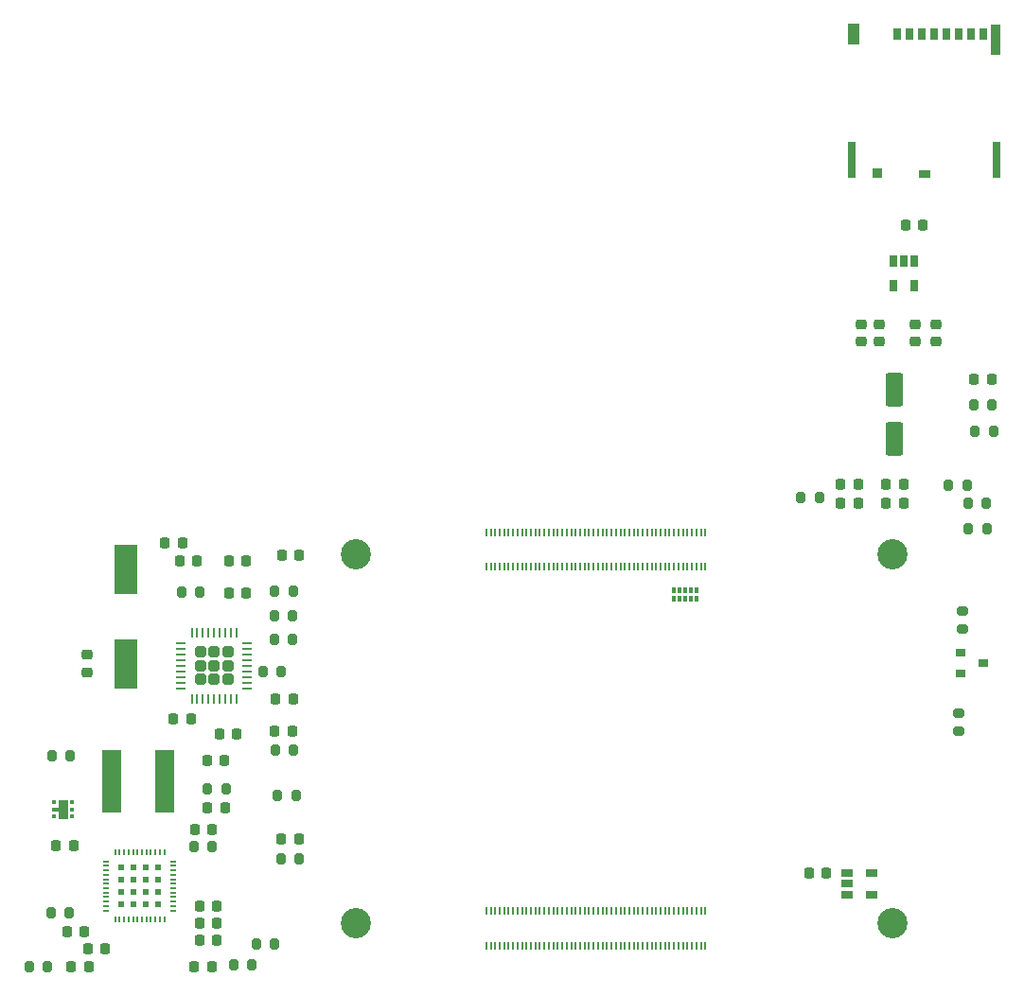
<source format=gbr>
%TF.GenerationSoftware,KiCad,Pcbnew,(6.0.1-0)*%
%TF.CreationDate,2022-04-09T17:35:35-06:00*%
%TF.ProjectId,HAT_CM4_183,4841545f-434d-4345-9f31-38332e6b6963,1.8.3*%
%TF.SameCoordinates,Original*%
%TF.FileFunction,Paste,Top*%
%TF.FilePolarity,Positive*%
%FSLAX46Y46*%
G04 Gerber Fmt 4.6, Leading zero omitted, Abs format (unit mm)*
G04 Created by KiCad (PCBNEW (6.0.1-0)) date 2022-04-09 17:35:35*
%MOMM*%
%LPD*%
G01*
G04 APERTURE LIST*
G04 Aperture macros list*
%AMRoundRect*
0 Rectangle with rounded corners*
0 $1 Rounding radius*
0 $2 $3 $4 $5 $6 $7 $8 $9 X,Y pos of 4 corners*
0 Add a 4 corners polygon primitive as box body*
4,1,4,$2,$3,$4,$5,$6,$7,$8,$9,$2,$3,0*
0 Add four circle primitives for the rounded corners*
1,1,$1+$1,$2,$3*
1,1,$1+$1,$4,$5*
1,1,$1+$1,$6,$7*
1,1,$1+$1,$8,$9*
0 Add four rect primitives between the rounded corners*
20,1,$1+$1,$2,$3,$4,$5,0*
20,1,$1+$1,$4,$5,$6,$7,0*
20,1,$1+$1,$6,$7,$8,$9,0*
20,1,$1+$1,$8,$9,$2,$3,0*%
%AMFreePoly0*
4,1,9,0.400000,-0.835000,-0.400000,-0.835000,-0.400000,-0.185000,-1.050000,-0.185000,-1.050000,0.185000,-0.400000,0.185000,-0.400000,0.835000,0.400000,0.835000,0.400000,-0.835000,0.400000,-0.835000,$1*%
G04 Aperture macros list end*
%ADD10RoundRect,0.200000X-0.200000X-0.275000X0.200000X-0.275000X0.200000X0.275000X-0.200000X0.275000X0*%
%ADD11RoundRect,0.225000X-0.225000X-0.250000X0.225000X-0.250000X0.225000X0.250000X-0.225000X0.250000X0*%
%ADD12RoundRect,0.200000X0.275000X-0.200000X0.275000X0.200000X-0.275000X0.200000X-0.275000X-0.200000X0*%
%ADD13RoundRect,0.225000X0.225000X0.250000X-0.225000X0.250000X-0.225000X-0.250000X0.225000X-0.250000X0*%
%ADD14RoundRect,0.225000X-0.250000X0.225000X-0.250000X-0.225000X0.250000X-0.225000X0.250000X0.225000X0*%
%ADD15RoundRect,0.200000X0.200000X0.275000X-0.200000X0.275000X-0.200000X-0.275000X0.200000X-0.275000X0*%
%ADD16R,0.450000X0.370000*%
%ADD17FreePoly0,0.000000*%
%ADD18RoundRect,0.247500X-0.247500X-0.247500X0.247500X-0.247500X0.247500X0.247500X-0.247500X0.247500X0*%
%ADD19RoundRect,0.062500X-0.350000X-0.062500X0.350000X-0.062500X0.350000X0.062500X-0.350000X0.062500X0*%
%ADD20RoundRect,0.062500X-0.062500X-0.350000X0.062500X-0.350000X0.062500X0.350000X-0.062500X0.350000X0*%
%ADD21R,0.700000X1.100000*%
%ADD22R,0.900000X0.930000*%
%ADD23R,1.050000X0.780000*%
%ADD24R,0.700000X3.330000*%
%ADD25R,1.140000X1.830000*%
%ADD26R,0.860000X2.800000*%
%ADD27RoundRect,0.218750X0.218750X0.256250X-0.218750X0.256250X-0.218750X-0.256250X0.218750X-0.256250X0*%
%ADD28R,1.800000X5.700000*%
%ADD29R,0.900000X0.800000*%
%ADD30R,0.650000X1.060000*%
%ADD31R,0.610000X0.190000*%
%ADD32R,0.190000X0.610000*%
%ADD33R,0.194000X0.626000*%
%ADD34R,0.600750X0.600750*%
%ADD35RoundRect,0.250000X-0.550000X1.250000X-0.550000X-1.250000X0.550000X-1.250000X0.550000X1.250000X0*%
%ADD36R,1.060000X0.650000*%
%ADD37R,0.300000X0.550000*%
%ADD38R,2.000000X4.500000*%
%ADD39RoundRect,0.225000X0.250000X-0.225000X0.250000X0.225000X-0.250000X0.225000X-0.250000X-0.225000X0*%
%ADD40C,2.700000*%
%ADD41R,0.200000X0.700000*%
G04 APERTURE END LIST*
D10*
%TO.C,R32*%
X131355000Y-188320000D03*
X133005000Y-188320000D03*
%TD*%
%TO.C,R34*%
X185665000Y-157020000D03*
X187315000Y-157020000D03*
%TD*%
D11*
%TO.C,C37*%
X138595000Y-177920000D03*
X140145000Y-177920000D03*
%TD*%
D10*
%TO.C,R51*%
X138545000Y-169730000D03*
X140195000Y-169730000D03*
%TD*%
D12*
%TO.C,R38*%
X200140000Y-168820000D03*
X200140000Y-167170000D03*
%TD*%
D13*
%TO.C,C8*%
X133435000Y-193610000D03*
X131885000Y-193610000D03*
%TD*%
D11*
%TO.C,C6*%
X120025000Y-195880000D03*
X121575000Y-195880000D03*
%TD*%
D14*
%TO.C,C32*%
X197720000Y-141535000D03*
X197720000Y-143085000D03*
%TD*%
D11*
%TO.C,C28*%
X139205000Y-162220000D03*
X140755000Y-162220000D03*
%TD*%
D15*
%TO.C,R49*%
X138565000Y-197020000D03*
X136915000Y-197020000D03*
%TD*%
D13*
%TO.C,C22*%
X187925000Y-190700000D03*
X186375000Y-190700000D03*
%TD*%
D11*
%TO.C,C2*%
X132515000Y-180620000D03*
X134065000Y-180620000D03*
%TD*%
%TO.C,C3*%
X119035000Y-188170000D03*
X120585000Y-188170000D03*
%TD*%
D14*
%TO.C,C38*%
X192640000Y-141535000D03*
X192640000Y-143085000D03*
%TD*%
D16*
%TO.C,U7*%
X118835000Y-184300000D03*
D17*
X119660000Y-184950000D03*
D16*
X118835000Y-185600000D03*
X120485000Y-185600000D03*
X120485000Y-184950000D03*
X120485000Y-184300000D03*
%TD*%
D10*
%TO.C,R54*%
X130255000Y-165500000D03*
X131905000Y-165500000D03*
%TD*%
D12*
%TO.C,R39*%
X199740000Y-177985000D03*
X199740000Y-176335000D03*
%TD*%
D18*
%TO.C,U13*%
X131930000Y-172110000D03*
X133160000Y-173340000D03*
X134390000Y-173340000D03*
X133160000Y-172110000D03*
X131930000Y-170880000D03*
X134390000Y-170880000D03*
X133160000Y-170880000D03*
X134390000Y-172110000D03*
X131930000Y-173340000D03*
D19*
X130222500Y-170110000D03*
X130222500Y-170610000D03*
X130222500Y-171110000D03*
X130222500Y-171610000D03*
X130222500Y-172110000D03*
X130222500Y-172610000D03*
X130222500Y-173110000D03*
X130222500Y-173610000D03*
X130222500Y-174110000D03*
D20*
X131160000Y-175047500D03*
X131660000Y-175047500D03*
X132160000Y-175047500D03*
X132660000Y-175047500D03*
X133160000Y-175047500D03*
X133660000Y-175047500D03*
X134160000Y-175047500D03*
X134660000Y-175047500D03*
X135160000Y-175047500D03*
D19*
X136097500Y-174110000D03*
X136097500Y-173610000D03*
X136097500Y-173110000D03*
X136097500Y-172610000D03*
X136097500Y-172110000D03*
X136097500Y-171610000D03*
X136097500Y-171110000D03*
X136097500Y-170610000D03*
X136097500Y-170110000D03*
D20*
X135160000Y-169172500D03*
X134660000Y-169172500D03*
X134160000Y-169172500D03*
X133660000Y-169172500D03*
X133160000Y-169172500D03*
X132660000Y-169172500D03*
X132160000Y-169172500D03*
X131660000Y-169172500D03*
X131160000Y-169172500D03*
%TD*%
D13*
%TO.C,C7*%
X132995000Y-186730000D03*
X131445000Y-186730000D03*
%TD*%
D11*
%TO.C,C33*%
X133665000Y-178220000D03*
X135215000Y-178220000D03*
%TD*%
D21*
%TO.C,J1*%
X194280000Y-115537500D03*
X195380000Y-115537500D03*
X196480000Y-115537500D03*
X197580000Y-115537500D03*
X198680000Y-115537500D03*
X199780000Y-115537500D03*
X200880000Y-115537500D03*
X201980000Y-115537500D03*
D22*
X192490000Y-128002500D03*
D23*
X196755000Y-128077500D03*
D24*
X203140000Y-126802500D03*
D25*
X190400000Y-115552500D03*
D26*
X203060000Y-116037500D03*
D24*
X190180000Y-126802500D03*
%TD*%
D27*
%TO.C,LED11*%
X132977500Y-199050000D03*
X131402500Y-199050000D03*
%TD*%
D10*
%TO.C,R44*%
X118635000Y-180170000D03*
X120285000Y-180170000D03*
%TD*%
D28*
%TO.C,L1*%
X128710000Y-182450000D03*
X124010000Y-182450000D03*
%TD*%
D27*
%TO.C,LED8*%
X194858500Y-155905000D03*
X193283500Y-155905000D03*
%TD*%
%TO.C,LED10*%
X121967500Y-199070000D03*
X120392500Y-199070000D03*
%TD*%
D15*
%TO.C,R31*%
X120195000Y-194220000D03*
X118545000Y-194220000D03*
%TD*%
D11*
%TO.C,C5*%
X121845000Y-197470000D03*
X123395000Y-197470000D03*
%TD*%
D27*
%TO.C,LED5*%
X190762500Y-155905000D03*
X189187500Y-155905000D03*
%TD*%
D10*
%TO.C,R48*%
X116595000Y-199070000D03*
X118245000Y-199070000D03*
%TD*%
%TO.C,R35*%
X201125000Y-148790000D03*
X202775000Y-148790000D03*
%TD*%
D11*
%TO.C,C27*%
X130095000Y-162700000D03*
X131645000Y-162700000D03*
%TD*%
D15*
%TO.C,R37*%
X202285000Y-159850000D03*
X200635000Y-159850000D03*
%TD*%
D10*
%TO.C,R55*%
X138545000Y-167630000D03*
X140195000Y-167630000D03*
%TD*%
D29*
%TO.C,D3*%
X199940000Y-172810000D03*
X201940000Y-171860000D03*
X199940000Y-170910000D03*
%TD*%
D30*
%TO.C,U12*%
X195810000Y-135880000D03*
X194860000Y-135880000D03*
X193910000Y-135880000D03*
X193910000Y-138080000D03*
X195810000Y-138080000D03*
%TD*%
D15*
%TO.C,R33*%
X136555000Y-198870000D03*
X134905000Y-198870000D03*
%TD*%
D31*
%TO.C,U3*%
X123510000Y-189620000D03*
X123510000Y-190020000D03*
X123510000Y-190420000D03*
X123510000Y-190820000D03*
X123510000Y-191220000D03*
X123510000Y-191620000D03*
X123510000Y-192020000D03*
X123510000Y-192420000D03*
X123510000Y-192820000D03*
X123510000Y-193220000D03*
X123510000Y-193620000D03*
X123510000Y-194020000D03*
D32*
X124310000Y-194820000D03*
X124710000Y-194820000D03*
X125110000Y-194820000D03*
X125510000Y-194820000D03*
X125910000Y-194820000D03*
X126310000Y-194820000D03*
X126710000Y-194820000D03*
X127110000Y-194820000D03*
X127510000Y-194820000D03*
X127910000Y-194820000D03*
X128310000Y-194820000D03*
X128710000Y-194820000D03*
D31*
X129510000Y-194020000D03*
X129510000Y-193620000D03*
X129510000Y-193220000D03*
X129510000Y-192820000D03*
X129510000Y-192420000D03*
X129510000Y-192020000D03*
X129510000Y-191620000D03*
X129510000Y-191220000D03*
X129510000Y-190820000D03*
X129510000Y-190420000D03*
X129510000Y-190020000D03*
X129510000Y-189620000D03*
D32*
X128710000Y-188820000D03*
D33*
X128310000Y-188820000D03*
D32*
X127910000Y-188820000D03*
X127510000Y-188820000D03*
X127110000Y-188820000D03*
X126710000Y-188820000D03*
X126310000Y-188820000D03*
X125910000Y-188820000D03*
X125510000Y-188820000D03*
X125110000Y-188820000D03*
X124710000Y-188820000D03*
X124310000Y-188820000D03*
D34*
X124841250Y-192376250D03*
X125953750Y-193488750D03*
X128178750Y-191263750D03*
X124841250Y-193488750D03*
X128178750Y-192376250D03*
X127066250Y-191263750D03*
X127066250Y-192376250D03*
X124841250Y-191263750D03*
X127066250Y-193488750D03*
X125953750Y-190151250D03*
X125953750Y-191263750D03*
X125953750Y-192376250D03*
X127066250Y-190151250D03*
X124841250Y-190151250D03*
X128178750Y-193488750D03*
X128178750Y-190151250D03*
%TD*%
D13*
%TO.C,C31*%
X131075000Y-176820000D03*
X129525000Y-176820000D03*
%TD*%
%TO.C,C9*%
X133415000Y-195120000D03*
X131865000Y-195120000D03*
%TD*%
D11*
%TO.C,C29*%
X134515000Y-162720000D03*
X136065000Y-162720000D03*
%TD*%
D27*
%TO.C,LED6*%
X194857500Y-157560000D03*
X193282500Y-157560000D03*
%TD*%
D15*
%TO.C,R42*%
X140275000Y-179620000D03*
X138625000Y-179620000D03*
%TD*%
D13*
%TO.C,C25*%
X196585000Y-132700000D03*
X195035000Y-132700000D03*
%TD*%
D11*
%TO.C,C1*%
X132595000Y-184850000D03*
X134145000Y-184850000D03*
%TD*%
D13*
%TO.C,C10*%
X202725000Y-146450000D03*
X201175000Y-146450000D03*
%TD*%
D11*
%TO.C,C35*%
X138680000Y-175110000D03*
X140230000Y-175110000D03*
%TD*%
D14*
%TO.C,C36*%
X191020000Y-141535000D03*
X191020000Y-143085000D03*
%TD*%
%TO.C,C34*%
X195870000Y-141540000D03*
X195870000Y-143090000D03*
%TD*%
D35*
%TO.C,C30*%
X193980000Y-147390000D03*
X193980000Y-151790000D03*
%TD*%
D36*
%TO.C,U9*%
X189800000Y-190680000D03*
X189800000Y-191630000D03*
X189800000Y-192580000D03*
X192000000Y-192580000D03*
X192000000Y-190680000D03*
%TD*%
D13*
%TO.C,C21*%
X140725000Y-187630000D03*
X139175000Y-187630000D03*
%TD*%
D10*
%TO.C,R43*%
X138825000Y-183730000D03*
X140475000Y-183730000D03*
%TD*%
%TO.C,R47*%
X139125000Y-189380000D03*
X140775000Y-189380000D03*
%TD*%
D11*
%TO.C,C26*%
X134515000Y-165590000D03*
X136065000Y-165590000D03*
%TD*%
D37*
%TO.C,U5*%
X176290000Y-165365000D03*
X175790000Y-165365000D03*
X175290000Y-165365000D03*
X174790000Y-165365000D03*
X174290000Y-165365000D03*
X174290000Y-166135000D03*
X174790000Y-166135000D03*
X175290000Y-166135000D03*
X175790000Y-166135000D03*
X176290000Y-166135000D03*
%TD*%
D38*
%TO.C,Y1*%
X125240000Y-171950000D03*
X125240000Y-163450000D03*
%TD*%
D10*
%TO.C,R36*%
X201225000Y-151100000D03*
X202875000Y-151100000D03*
%TD*%
D39*
%TO.C,C23*%
X121840000Y-172675000D03*
X121840000Y-171125000D03*
%TD*%
D27*
%TO.C,LED7*%
X190767500Y-157580000D03*
X189192500Y-157580000D03*
%TD*%
D10*
%TO.C,R52*%
X137515000Y-172640000D03*
X139165000Y-172640000D03*
%TD*%
D15*
%TO.C,R46*%
X200505000Y-155940000D03*
X198855000Y-155940000D03*
%TD*%
D11*
%TO.C,C24*%
X128785000Y-161100000D03*
X130335000Y-161100000D03*
%TD*%
D40*
%TO.C,Module1*%
X193812993Y-162160001D03*
X145812993Y-162160001D03*
X145812993Y-195160001D03*
X193812993Y-195160001D03*
D41*
X177112993Y-160160001D03*
X177112993Y-163240001D03*
X176712993Y-160160001D03*
X176712993Y-163240001D03*
X176312993Y-160160001D03*
X176312993Y-163240001D03*
X175912993Y-160160001D03*
X175912993Y-163240001D03*
X175512993Y-160160001D03*
X175512993Y-163240001D03*
X175112993Y-160160001D03*
X175112993Y-163240001D03*
X174712993Y-160160001D03*
X174712993Y-163240001D03*
X174312993Y-160160001D03*
X174312993Y-163240001D03*
X173912993Y-160160001D03*
X173912993Y-163240001D03*
X173512993Y-160160001D03*
X173512993Y-163240001D03*
X173112993Y-160160001D03*
X173112993Y-163240001D03*
X172712993Y-160160001D03*
X172712993Y-163240001D03*
X172312993Y-160160001D03*
X172312993Y-163240001D03*
X171912993Y-160160001D03*
X171912993Y-163240001D03*
X171512993Y-160160001D03*
X171512993Y-163240001D03*
X171112993Y-160160001D03*
X171112993Y-163240001D03*
X170712993Y-160160001D03*
X170712993Y-163240001D03*
X170312993Y-160160001D03*
X170312993Y-163240001D03*
X169912993Y-160160001D03*
X169912993Y-163240001D03*
X169512993Y-160160001D03*
X169512993Y-163240001D03*
X169112993Y-160160001D03*
X169112993Y-163240001D03*
X168712993Y-160160001D03*
X168712993Y-163240001D03*
X168312993Y-160160001D03*
X168312993Y-163240001D03*
X167912993Y-160160001D03*
X167912993Y-163240001D03*
X167512993Y-160160001D03*
X167512993Y-163240001D03*
X167112993Y-160160001D03*
X167112993Y-163240001D03*
X166712993Y-160160001D03*
X166712993Y-163240001D03*
X166312993Y-160160001D03*
X166312993Y-163240001D03*
X165912993Y-160160001D03*
X165912993Y-163240001D03*
X165512993Y-160160001D03*
X165512993Y-163240001D03*
X165112993Y-160160001D03*
X165112993Y-163240001D03*
X164712993Y-160160001D03*
X164712993Y-163240001D03*
X164312993Y-160160001D03*
X164312993Y-163240001D03*
X163912993Y-160160001D03*
X163912993Y-163240001D03*
X163512993Y-160160001D03*
X163512993Y-163240001D03*
X163112993Y-160160001D03*
X163112993Y-163240001D03*
X162712993Y-160160001D03*
X162712993Y-163240001D03*
X162312993Y-160160001D03*
X162312993Y-163240001D03*
X161912993Y-160160001D03*
X161912993Y-163240001D03*
X161512993Y-160160001D03*
X161512993Y-163240001D03*
X161112993Y-160160001D03*
X161112993Y-163240001D03*
X160712993Y-160160001D03*
X160712993Y-163240001D03*
X160312993Y-160160001D03*
X160312993Y-163240001D03*
X159912993Y-160160001D03*
X159912993Y-163240001D03*
X159512993Y-160160001D03*
X159512993Y-163240001D03*
X159112993Y-160160001D03*
X159112993Y-163240001D03*
X158712993Y-160160001D03*
X158712993Y-163240001D03*
X158312993Y-160160001D03*
X158312993Y-163240001D03*
X157912993Y-160160001D03*
X157912993Y-163240001D03*
X157512993Y-160160001D03*
X157512993Y-163240001D03*
X177112993Y-194080001D03*
X177112993Y-197160001D03*
X176712993Y-194080001D03*
X176712993Y-197160001D03*
X176312993Y-194080001D03*
X176312993Y-197160001D03*
X175912993Y-194080001D03*
X175912993Y-197160001D03*
X175512993Y-194080001D03*
X175512993Y-197160001D03*
X175112993Y-194080001D03*
X175112993Y-197160001D03*
X174712993Y-194080001D03*
X174712993Y-197160001D03*
X174312993Y-194080001D03*
X174312993Y-197160001D03*
X173912993Y-194080001D03*
X173912993Y-197160001D03*
X173512993Y-194080001D03*
X173512993Y-197160001D03*
X173112993Y-194080001D03*
X173112993Y-197160001D03*
X172712993Y-194080001D03*
X172712993Y-197160001D03*
X172312993Y-194080001D03*
X172312993Y-197160001D03*
X171912993Y-194080001D03*
X171912993Y-197160001D03*
X171512993Y-194080001D03*
X171512993Y-197160001D03*
X171112993Y-194080001D03*
X171112993Y-197160001D03*
X170712993Y-194080001D03*
X170712993Y-197160001D03*
X170312993Y-194080001D03*
X170312993Y-197160001D03*
X169912993Y-194080001D03*
X169912993Y-197160001D03*
X169512993Y-194080001D03*
X169512993Y-197160001D03*
X169112993Y-194080001D03*
X169112993Y-197160001D03*
X168712993Y-194080001D03*
X168712993Y-197160001D03*
X168312993Y-194080001D03*
X168312993Y-197160001D03*
X167912993Y-194080001D03*
X167912993Y-197160001D03*
X167512993Y-194080001D03*
X167512993Y-197160001D03*
X167112993Y-194080001D03*
X167112993Y-197160001D03*
X166712993Y-194080001D03*
X166712993Y-197160001D03*
X166312993Y-194080001D03*
X166312993Y-197160001D03*
X165912993Y-194080001D03*
X165912993Y-197160001D03*
X165512993Y-194080001D03*
X165512993Y-197160001D03*
X165112993Y-194080001D03*
X165112993Y-197160001D03*
X164712993Y-194080001D03*
X164712993Y-197160001D03*
X164312993Y-194080001D03*
X164312993Y-197160001D03*
X163912993Y-194080001D03*
X163912993Y-197160001D03*
X163512993Y-194080001D03*
X163512993Y-197160001D03*
X163112993Y-194080001D03*
X163112993Y-197160001D03*
X162712993Y-194080001D03*
X162712993Y-197160001D03*
X162312993Y-194080001D03*
X162312993Y-197160001D03*
X161912993Y-194080001D03*
X161912993Y-197160001D03*
X161512993Y-194080001D03*
X161512993Y-197160001D03*
X161112993Y-194080001D03*
X161112993Y-197160001D03*
X160712993Y-194080001D03*
X160712993Y-197160001D03*
X160312993Y-194080001D03*
X160312993Y-197160001D03*
X159912993Y-194080001D03*
X159912993Y-197160001D03*
X159512993Y-194080001D03*
X159512993Y-197160001D03*
X159112993Y-194080001D03*
X159112993Y-197160001D03*
X158712993Y-194080001D03*
X158712993Y-197160001D03*
X158312993Y-194080001D03*
X158312993Y-197160001D03*
X157912993Y-194080001D03*
X157912993Y-197160001D03*
X157512993Y-194080001D03*
X157512993Y-197160001D03*
%TD*%
D15*
%TO.C,R40*%
X202235000Y-157560000D03*
X200585000Y-157560000D03*
%TD*%
D10*
%TO.C,R53*%
X138595000Y-165420000D03*
X140245000Y-165420000D03*
%TD*%
%TO.C,R30*%
X132575000Y-183100000D03*
X134225000Y-183100000D03*
%TD*%
D11*
%TO.C,C4*%
X131875000Y-196670000D03*
X133425000Y-196670000D03*
%TD*%
M02*

</source>
